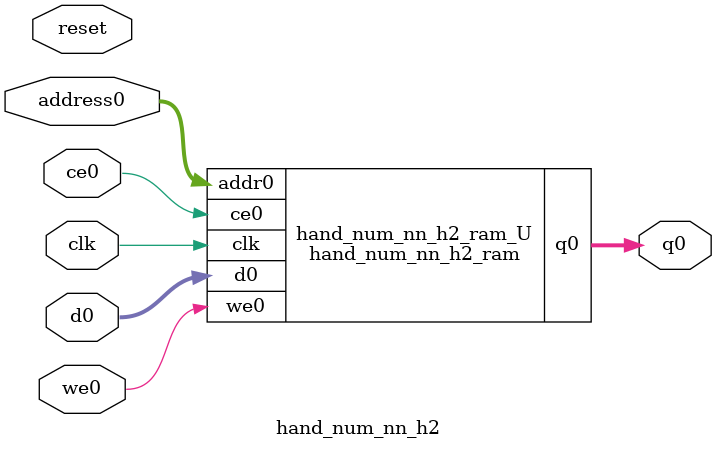
<source format=v>

`timescale 1 ns / 1 ps
module hand_num_nn_h2_ram (addr0, ce0, d0, we0, q0,  clk);

parameter DWIDTH = 32;
parameter AWIDTH = 5;
parameter MEM_SIZE = 30;

input[AWIDTH-1:0] addr0;
input ce0;
input[DWIDTH-1:0] d0;
input we0;
output reg[DWIDTH-1:0] q0;
input clk;

(* ram_style = "distributed" *)reg [DWIDTH-1:0] ram[0:MEM_SIZE-1];




always @(posedge clk)  
begin 
    if (ce0) 
    begin
        if (we0) 
        begin 
            ram[addr0] <= d0; 
            q0 <= d0;
        end 
        else 
            q0 <= ram[addr0];
    end
end


endmodule


`timescale 1 ns / 1 ps
module hand_num_nn_h2(
    reset,
    clk,
    address0,
    ce0,
    we0,
    d0,
    q0);

parameter DataWidth = 32'd32;
parameter AddressRange = 32'd30;
parameter AddressWidth = 32'd5;
input reset;
input clk;
input[AddressWidth - 1:0] address0;
input ce0;
input we0;
input[DataWidth - 1:0] d0;
output[DataWidth - 1:0] q0;



hand_num_nn_h2_ram hand_num_nn_h2_ram_U(
    .clk( clk ),
    .addr0( address0 ),
    .ce0( ce0 ),
    .d0( d0 ),
    .we0( we0 ),
    .q0( q0 ));

endmodule


</source>
